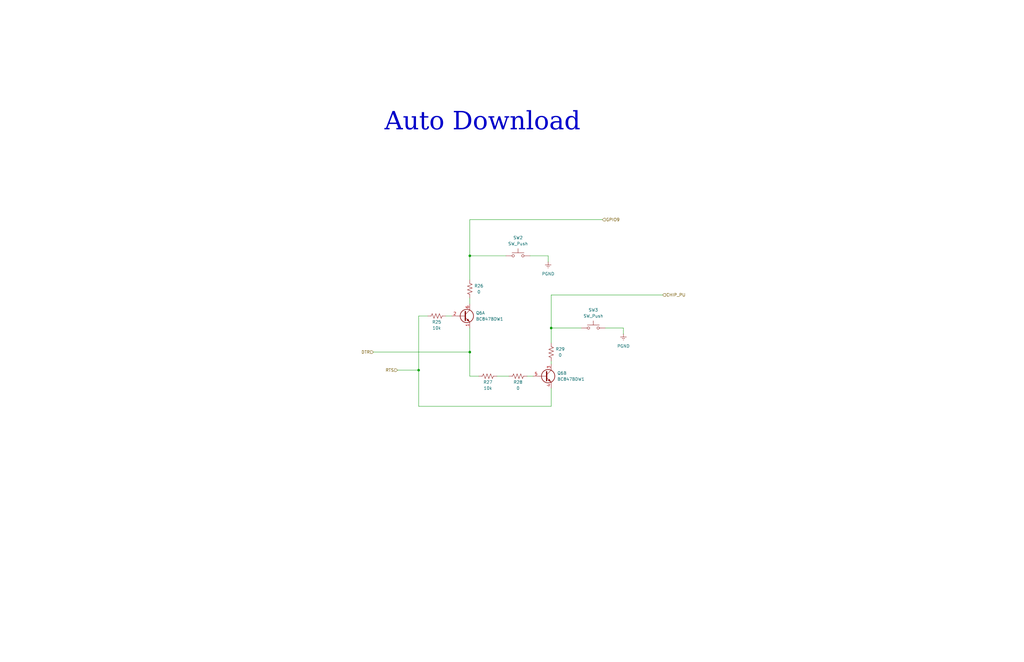
<source format=kicad_sch>
(kicad_sch (version 20231120) (generator "eeschema") (generator_version "8.0")
  (paper "B")
  (title_block (title "SCAN") (date "2025-01-30") (rev "v1.1") (company "Senior Design Group 35"))
  (lib_symbols
    (symbol "Device:R_US" (pin_numbers hide) (pin_names (offset 0))
      (property "Reference" "R" (at 2.54 0 90))
      (property "Value" "R_US" (at -2.54 0 90))
      (symbol "R_US_0_1"
        (polyline (pts (xy 0 -2.286) (xy 0 -2.54)))
        (polyline (pts (xy 0 2.286) (xy 0 2.54)))
        (polyline (pts (xy 0 -0.762) (xy 1.016 -1.143) (xy 0 -1.524) (xy -1.016 -1.905) (xy 0 -2.286)))
        (polyline (pts (xy 0 0.762) (xy 1.016 0.381) (xy 0 0) (xy -1.016 -0.381) (xy 0 -0.762)))
        (polyline (pts (xy 0 2.286) (xy 1.016 1.905) (xy 0 1.524) (xy -1.016 1.143) (xy 0 0.762)))
      )
      (symbol "R_US_1_1"
        (pin passive line (at 0 3.81 270) (length 1.27) (name "~") (number "1"))
        (pin passive line (at 0 -3.81 90) (length 1.27) (name "~") (number "2"))
      )
    )
    (symbol "Switch:SW_Push" (pin_numbers hide) (pin_names (offset 1.016) hide)
      (property "Reference" "SW" (at 1.27 2.54 0))
      (property "Value" "SW_Push" (at 0 -1.524 0))
      (symbol "SW_Push_0_1"
        (circle (center -2.032 0) (radius 0.508))
        (polyline (pts (xy 0 1.27) (xy 0 3.048)))
        (polyline (pts (xy 2.54 1.27) (xy -2.54 1.27)))
        (circle (center 2.032 0) (radius 0.508))
        (pin passive line (at -5.08 0 0) (length 2.54) (name "1") (number "1"))
        (pin passive line (at 5.08 0 180) (length 2.54) (name "2") (number "2"))
      )
    )
    (symbol "Transistor_BJT:BC847BDW1" (pin_names (offset 0) hide)
      (property "Reference" "Q" (at 5.08 1.27 0))
      (property "Value" "BC847BDW1" (at 5.08 -1.27 0))
      (symbol "BC847BDW1_0_1"
        (polyline (pts (xy 0.635 0) (xy -2.54 0)))
        (polyline (pts (xy 0.635 0.635) (xy 2.54 2.54)))
        (polyline (pts (xy 0.635 -0.635) (xy 2.54 -2.54) (xy 2.54 -2.54)))
        (polyline (pts (xy 0.635 1.905) (xy 0.635 -1.905) (xy 0.635 -1.905)) (stroke (width 0.508)))
        (polyline (pts (xy 1.27 -1.778) (xy 1.778 -1.27) (xy 2.286 -2.286) (xy 1.27 -1.778) (xy 1.27 -1.778)) (fill (type outline)))
        (circle (center 1.27 0) (radius 2.8194) (stroke (width 0.254)))
      )
      (symbol "BC847BDW1_1_1"
        (pin passive line (at 2.54 -5.08 90) (length 2.54) (name "E1") (number "1"))
        (pin input line (at -5.08 0 0) (length 2.54) (name "B1") (number "2"))
        (pin passive line (at 2.54 5.08 270) (length 2.54) (name "C1") (number "6"))
      )
      (symbol "BC847BDW1_2_1"
        (pin passive line (at 2.54 5.08 270) (length 2.54) (name "C2") (number "3"))
        (pin passive line (at 2.54 -5.08 90) (length 2.54) (name "E2") (number "4"))
        (pin input line (at -5.08 0 0) (length 2.54) (name "B2") (number "5"))
      )
    )
    (symbol "power:GNDREF" (power) (pin_numbers hide) (pin_names (offset 0) hide)
      (property "Value" "GNDREF" (at 0 -3.81 0))
      (symbol "GNDREF_0_1"
        (polyline (pts (xy -0.635 -1.905) (xy 0.635 -1.905)))
        (polyline (pts (xy -0.127 -2.54) (xy 0.127 -2.54)))
        (polyline (pts (xy 0 -1.27) (xy 0 0)))
        (polyline (pts (xy 1.27 -1.27) (xy -1.27 -1.27)))
      )
      (symbol "GNDREF_1_1"
        (pin power_in line (at 0 0 270) (length 0) (name "~") (number "1"))
      )
    )
  )
  (junction (at 232.41 138.43))
  (junction (at 198.12 107.95))
  (junction (at 198.12 148.59))
  (junction (at 176.53 156.21))
  (wire (pts (xy 187.96 133.35) (xy 190.5 133.35)))
  (wire (pts (xy 176.53 133.35) (xy 180.34 133.35)))
  (wire (pts (xy 176.53 156.21) (xy 176.53 171.45)))
  (wire (pts (xy 167.64 156.21) (xy 176.53 156.21)))
  (wire (pts (xy 231.14 107.95) (xy 223.52 107.95)))
  (wire (pts (xy 231.14 110.49) (xy 231.14 107.95)))
  (wire (pts (xy 198.12 107.95) (xy 198.12 118.11)))
  (wire (pts (xy 198.12 125.73) (xy 198.12 128.27)))
  (wire (pts (xy 198.12 107.95) (xy 213.36 107.95)))
  (wire (pts (xy 198.12 92.71) (xy 198.12 107.95)))
  (wire (pts (xy 198.12 148.59) (xy 157.48 148.59)))
  (wire (pts (xy 232.41 138.43) (xy 245.11 138.43)))
  (wire (pts (xy 232.41 163.83) (xy 232.41 171.45)))
  (wire (pts (xy 222.25 158.75) (xy 224.79 158.75)))
  (wire (pts (xy 232.41 124.46) (xy 232.41 138.43)))
  (wire (pts (xy 232.41 152.4) (xy 232.41 153.67)))
  (wire (pts (xy 209.55 158.75) (xy 214.63 158.75)))
  (wire (pts (xy 262.89 140.97) (xy 262.89 138.43)))
  (wire (pts (xy 176.53 171.45) (xy 232.41 171.45)))
  (wire (pts (xy 254 92.71) (xy 198.12 92.71)))
  (wire (pts (xy 232.41 144.78) (xy 232.41 138.43)))
  (wire (pts (xy 198.12 138.43) (xy 198.12 148.59)))
  (wire (pts (xy 176.53 133.35) (xy 176.53 156.21)))
  (wire (pts (xy 232.41 124.46) (xy 279.4 124.46)))
  (wire (pts (xy 201.93 158.75) (xy 198.12 158.75)))
  (wire (pts (xy 262.89 138.43) (xy 255.27 138.43)))
  (wire (pts (xy 198.12 148.59) (xy 198.12 158.75)))
  (text "Auto Download" (at 203.454 53.594 0) (effects (font (size 7.62 7.62) (thickness 0.9525))))
  (hierarchical_label "DTR" (shape input) (at 157.48 148.59 180))
  (hierarchical_label "CHIP_PU" (shape input) (at 279.4 124.46 0))
  (hierarchical_label "GPIO9" (shape input) (at 254 92.71 0))
  (hierarchical_label "RTS" (shape input) (at 167.64 156.21 180))
  (symbol (lib_id "Transistor_BJT:BC847BDW1") (at 195.58 133.35 0) (unit 1)
    (property "Reference" "Q6" (at 200.66 132.0799 0) (effects (justify left)))
    (property "Value" "BC847BDW1" (at 200.66 134.6199 0) (effects (justify left)))
    (property "Footprint" "Package_TO_SOT_SMD:SOT-363_SC-70-6" (effects (hide yes)))
    (property "Datasheet" "http://www.onsemi.com/pub_link/Collateral/BC846BDW1T1-D.PDF" (effects (hide yes)))
    (property "Description" "100mA IC, 45V Vce, Dual NPN/NPN Transistors, SOT-363" (effects (hide yes)))
  )
  (symbol (lib_id "Switch:SW_Push") (at 250.19 138.43 0) (mirror y) (unit 1)
    (property "Reference" "SW3" (at 250.19 130.81 0))
    (property "Value" "SW_Push" (at 250.19 133.35 0))
    (property "Footprint" "SCAN_footprints:SW_SPST_PTS647_Sx38" (effects (hide yes)))
    (property "Description" "Push button switch, generic, two pins" (effects (hide yes)))
  )
  (symbol (lib_id "Device:R_US") (at 218.44 158.75 90) (unit 1)
    (property "Reference" "R28" (at 218.44 161.29 90))
    (property "Value" "0" (at 218.44 163.83 90))
    (property "Footprint" "Resistor_SMD:R_0805_2012Metric" (effects (hide yes)))
    (property "Description" "1%" (effects (hide yes)))
  )
  (symbol (lib_id "Transistor_BJT:BC847BDW1") (at 229.87 158.75 0) (unit 2)
    (property "Reference" "Q6" (at 234.95 157.4799 0) (effects (justify left)))
    (property "Value" "BC847BDW1" (at 234.95 160.0199 0) (effects (justify left)))
    (property "Footprint" "Package_TO_SOT_SMD:SOT-363_SC-70-6" (effects (hide yes)))
    (property "Datasheet" "http://www.onsemi.com/pub_link/Collateral/BC846BDW1T1-D.PDF" (effects (hide yes)))
    (property "Description" "100mA IC, 45V Vce, Dual NPN/NPN Transistors, SOT-363" (effects (hide yes)))
  )
  (symbol (lib_id "power:GNDREF") (at 231.14 110.49 0) (unit 1)
    (property "Reference" "#PWR044" (effects (hide yes)))
    (property "Value" "PGND" (at 231.14 115.57 0))
    (property "Description" "Power symbol creates a global label with name \"GNDREF\" , reference supply ground" (effects (hide yes)))
  )
  (symbol (lib_id "Device:R_US") (at 184.15 133.35 90) (unit 1)
    (property "Reference" "R25" (at 184.15 135.89 90))
    (property "Value" "10k" (at 184.15 138.43 90))
    (property "Footprint" "Resistor_SMD:R_0805_2012Metric" (effects (hide yes)))
    (property "Description" "1%" (effects (hide yes)))
  )
  (symbol (lib_id "Switch:SW_Push") (at 218.44 107.95 0) (mirror y) (unit 1)
    (property "Reference" "SW2" (at 218.44 100.33 0))
    (property "Value" "SW_Push" (at 218.44 102.87 0))
    (property "Footprint" "SCAN_footprints:SW_SPST_PTS647_Sx38" (effects (hide yes)))
    (property "Description" "Push button switch, generic, two pins" (effects (hide yes)))
  )
  (symbol (lib_id "Device:R_US") (at 198.12 121.92 180) (unit 1)
    (property "Reference" "R26" (at 201.93 120.65 0))
    (property "Value" "0" (at 201.93 123.19 0))
    (property "Footprint" "Resistor_SMD:R_0805_2012Metric" (effects (hide yes)))
    (property "Description" "1%" (effects (hide yes)))
  )
  (symbol (lib_id "Device:R_US") (at 232.41 148.59 180) (unit 1)
    (property "Reference" "R29" (at 236.22 147.32 0))
    (property "Value" "0" (at 236.22 149.86 0))
    (property "Footprint" "Resistor_SMD:R_0805_2012Metric" (effects (hide yes)))
    (property "Description" "1%" (effects (hide yes)))
  )
  (symbol (lib_id "Device:R_US") (at 205.74 158.75 90) (unit 1)
    (property "Reference" "R27" (at 205.74 161.29 90))
    (property "Value" "10k" (at 205.74 163.83 90))
    (property "Footprint" "Resistor_SMD:R_0805_2012Metric" (effects (hide yes)))
    (property "Description" "1%" (effects (hide yes)))
  )
  (symbol (lib_id "power:GNDREF") (at 262.89 140.97 0) (unit 1)
    (property "Reference" "#PWR045" (effects (hide yes)))
    (property "Value" "PGND" (at 262.89 146.05 0))
    (property "Description" "Power symbol creates a global label with name \"GNDREF\" , reference supply ground" (effects (hide yes)))
  )
)
</source>
